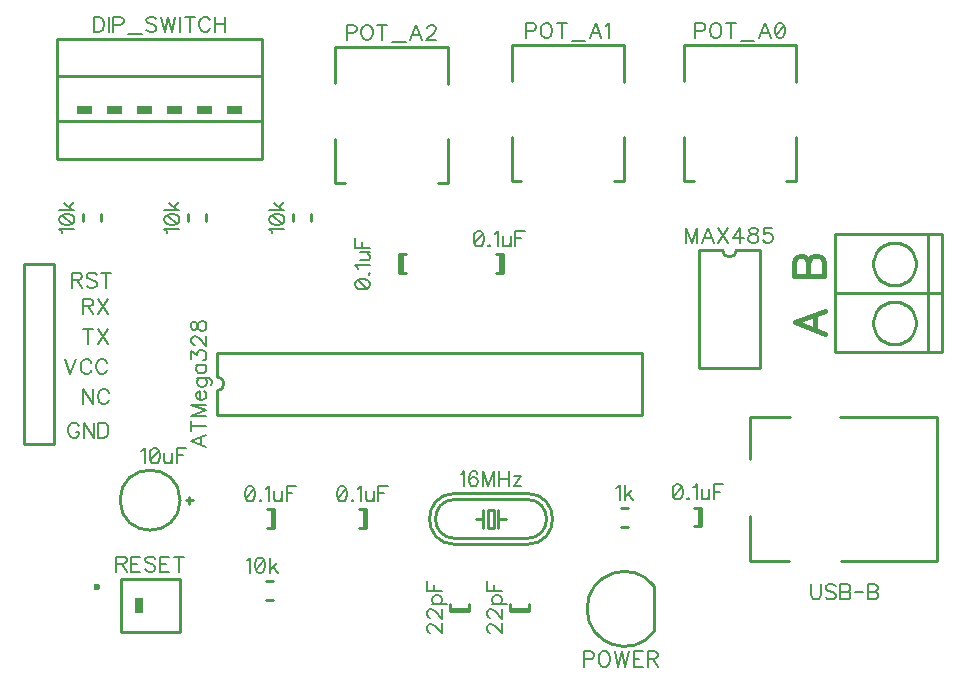
<source format=gbr>
G04 DipTrace 2.4.0.2*
%INÂåðõíÿÿìàðêèðîâêà.gbr*%
%MOIN*%
%ADD10C,0.0098*%
%ADD28C,0.0236*%
%ADD81C,0.0077*%
%ADD82C,0.0154*%
%FSLAX44Y44*%
G04*
G70*
G90*
G75*
G01*
%LNTopSilk*%
%LPD*%
X18507Y17622D2*
D10*
Y18252D1*
X18433Y17622D2*
Y18252D1*
Y17622D2*
X18669D1*
X18433Y18252D2*
X18669D1*
X22752Y6445D2*
X22122D1*
X22752Y6370D2*
X22122D1*
X22752D2*
Y6606D1*
X22122Y6370D2*
Y6606D1*
X20752Y6445D2*
X20122D1*
X20752Y6370D2*
X20122D1*
X20752D2*
Y6606D1*
X20122Y6370D2*
Y6606D1*
X14179Y9752D2*
Y9122D1*
X14254Y9752D2*
Y9122D1*
Y9752D2*
X14018D1*
X14254Y9122D2*
X14018D1*
X11423Y10180D2*
Y9944D1*
X11541Y10062D2*
X11305D1*
X9124D2*
G02X9124Y10062I1000J0D01*
G01*
X21804Y18252D2*
Y17622D1*
X21879Y18252D2*
Y17622D1*
Y18252D2*
X21643D1*
X21879Y17622D2*
X21643D1*
X17242Y9752D2*
Y9122D1*
X17316Y9752D2*
Y9122D1*
Y9752D2*
X17081D1*
X17316Y9122D2*
X17081D1*
X28429Y9814D2*
Y9185D1*
X28504Y9814D2*
Y9185D1*
Y9814D2*
X28268D1*
X28504Y9185D2*
X28268D1*
X26937Y7186D2*
Y5688D1*
X26935Y7189D2*
G03X26935Y5685I-998J-752D01*
G01*
X5937Y11937D2*
X6937D1*
Y17937D1*
X5937D1*
Y11937D1*
X36347Y8043D2*
Y12847D1*
Y8043D2*
X33158D1*
X33118Y12847D2*
X36347D1*
X31425Y8043D2*
X30126D1*
Y9540D1*
Y11429D2*
Y12847D1*
X31465D1*
X14231Y7377D2*
X13996D1*
X14231Y6748D2*
X13996D1*
X16301Y20645D2*
Y22110D1*
X20042Y20645D2*
Y22090D1*
X16301Y20645D2*
X16616D1*
X16301Y25173D2*
X20042D1*
Y20645D2*
X19707D1*
X16301Y25173D2*
Y23972D1*
X20042Y25173D2*
Y23933D1*
X22176Y20707D2*
Y22172D1*
X25917Y20707D2*
Y22152D1*
X22176Y20707D2*
X22492D1*
X22176Y25235D2*
X25917D1*
Y20707D2*
X25582D1*
X22176Y25235D2*
Y24034D1*
X25917Y25235D2*
Y23995D1*
X27926Y20707D2*
Y22172D1*
X31666Y20707D2*
Y22152D1*
X27926Y20707D2*
X28241D1*
X27926Y25235D2*
X31666D1*
Y20707D2*
X31331D1*
X27926Y25235D2*
Y24034D1*
X31666Y25235D2*
Y23995D1*
X25819Y9174D2*
X26055D1*
X25819Y9803D2*
X26055D1*
X15502Y19370D2*
Y19606D1*
X14872Y19370D2*
Y19606D1*
X12002Y19370D2*
Y19606D1*
X11372Y19370D2*
Y19606D1*
X8502Y19370D2*
Y19606D1*
X7872Y19370D2*
Y19606D1*
D28*
X8354Y7153D3*
X9141Y7448D2*
D10*
X11110D1*
Y5676D1*
X9141D1*
Y7448D1*
G36*
X9626Y6812D2*
X9876D1*
Y6312D1*
X9626D1*
Y6812D1*
G37*
X7031Y21437D2*
D10*
X13843D1*
Y25437D1*
X7031D1*
Y21437D1*
Y22687D2*
X13843D1*
Y24187D1*
X7031D1*
Y22687D1*
G36*
X7687Y22937D2*
X8187D1*
Y23187D1*
X7687D1*
Y22937D1*
G37*
G36*
X8687D2*
X9187D1*
Y23187D1*
X8687D1*
Y22937D1*
G37*
G36*
X9687D2*
X10187D1*
Y23187D1*
X9687D1*
Y22937D1*
G37*
G36*
X10687D2*
X11187D1*
Y23187D1*
X10687D1*
Y22937D1*
G37*
G36*
X11687D2*
X12187D1*
Y23187D1*
X11687D1*
Y22937D1*
G37*
G36*
X12687D2*
X13187D1*
Y23187D1*
X12687D1*
Y22937D1*
G37*
X12350Y12913D2*
D10*
X26524D1*
X12350Y14961D2*
X26524D1*
Y12913D2*
Y14961D1*
X12350Y12913D2*
Y13701D1*
Y14961D2*
Y14173D1*
Y13701D2*
G03X12350Y14173I-1J236D01*
G01*
X30461Y18406D2*
Y14469D1*
X28413D2*
X30461D1*
X28413Y18406D2*
Y14469D1*
Y18406D2*
X29201D1*
X30461D2*
X29673D1*
X29201D2*
G03X29673Y18406I236J0D01*
G01*
X36512Y18921D2*
X32969D1*
Y14984D1*
X36512D1*
Y18921D1*
X36039D2*
Y15024D1*
X36472Y16953D2*
X33008D1*
X34229Y17936D2*
X34230Y17985D1*
X34235Y18035D1*
X34244Y18083D1*
X34256Y18131D1*
X34271Y18179D1*
X34290Y18225D1*
X34311Y18269D1*
X34336Y18312D1*
X34364Y18353D1*
X34394Y18392D1*
X34427Y18429D1*
X34463Y18463D1*
X34501Y18495D1*
X34541Y18524D1*
X34583Y18551D1*
X34627Y18574D1*
X34672Y18594D1*
X34718Y18611D1*
X34766Y18625D1*
X34814Y18635D1*
X34863Y18642D1*
X34912Y18645D1*
X34962D1*
X35011Y18642D1*
X35060Y18635D1*
X35109Y18625D1*
X35156Y18611D1*
X35203Y18594D1*
X35248Y18574D1*
X35291Y18551D1*
X35333Y18524D1*
X35373Y18495D1*
X35411Y18463D1*
X35447Y18429D1*
X35480Y18392D1*
X35510Y18353D1*
X35538Y18312D1*
X35563Y18269D1*
X35585Y18225D1*
X35603Y18179D1*
X35618Y18131D1*
X35630Y18083D1*
X35639Y18035D1*
X35644Y17985D1*
X35646Y17936D1*
X35644Y17886D1*
X35639Y17837D1*
X35630Y17788D1*
X35618Y17740D1*
X35603Y17693D1*
X35585Y17647D1*
X35563Y17603D1*
X35538Y17560D1*
X35510Y17519D1*
X35480Y17480D1*
X35447Y17443D1*
X35411Y17408D1*
X35373Y17376D1*
X35333Y17347D1*
X35291Y17321D1*
X35248Y17298D1*
X35203Y17278D1*
X35156Y17261D1*
X35109Y17247D1*
X35060Y17237D1*
X35011Y17230D1*
X34962Y17226D1*
X34912D1*
X34863Y17230D1*
X34814Y17237D1*
X34766Y17247D1*
X34718Y17261D1*
X34672Y17278D1*
X34627Y17298D1*
X34583Y17321D1*
X34541Y17347D1*
X34501Y17376D1*
X34463Y17408D1*
X34427Y17443D1*
X34394Y17480D1*
X34364Y17519D1*
X34336Y17560D1*
X34311Y17603D1*
X34290Y17647D1*
X34271Y17693D1*
X34256Y17740D1*
X34244Y17788D1*
X34235Y17837D1*
X34230Y17886D1*
X34229Y17936D1*
Y15967D2*
X34230Y16017D1*
X34235Y16066D1*
X34244Y16115D1*
X34256Y16163D1*
X34271Y16210D1*
X34290Y16256D1*
X34311Y16301D1*
X34336Y16343D1*
X34364Y16385D1*
X34394Y16424D1*
X34427Y16460D1*
X34463Y16495D1*
X34501Y16527D1*
X34541Y16556D1*
X34583Y16582D1*
X34627Y16605D1*
X34672Y16625D1*
X34718Y16642D1*
X34766Y16656D1*
X34814Y16666D1*
X34863Y16673D1*
X34912Y16677D1*
X34962D1*
X35011Y16673D1*
X35060Y16666D1*
X35109Y16656D1*
X35156Y16642D1*
X35203Y16625D1*
X35248Y16605D1*
X35291Y16582D1*
X35333Y16556D1*
X35373Y16527D1*
X35411Y16495D1*
X35447Y16460D1*
X35480Y16424D1*
X35510Y16385D1*
X35538Y16343D1*
X35563Y16301D1*
X35585Y16256D1*
X35603Y16210D1*
X35618Y16163D1*
X35630Y16115D1*
X35639Y16066D1*
X35644Y16017D1*
X35646Y15967D1*
X35644Y15918D1*
X35639Y15869D1*
X35630Y15820D1*
X35618Y15772D1*
X35603Y15725D1*
X35585Y15679D1*
X35563Y15634D1*
X35538Y15591D1*
X35510Y15550D1*
X35480Y15511D1*
X35447Y15474D1*
X35411Y15440D1*
X35373Y15408D1*
X35333Y15379D1*
X35291Y15353D1*
X35248Y15329D1*
X35203Y15309D1*
X35156Y15292D1*
X35109Y15279D1*
X35060Y15268D1*
X35011Y15261D1*
X34962Y15258D1*
X34912D1*
X34863Y15261D1*
X34814Y15268D1*
X34766Y15279D1*
X34718Y15292D1*
X34672Y15309D1*
X34627Y15329D1*
X34583Y15353D1*
X34541Y15379D1*
X34501Y15408D1*
X34463Y15440D1*
X34427Y15474D1*
X34394Y15511D1*
X34364Y15550D1*
X34336Y15591D1*
X34311Y15634D1*
X34290Y15679D1*
X34271Y15725D1*
X34256Y15772D1*
X34244Y15820D1*
X34235Y15869D1*
X34230Y15918D1*
X34229Y15967D1*
X22687Y10287D2*
X20287D1*
X22687Y8587D2*
X20287D1*
X22687Y10087D2*
X20287D1*
Y8787D2*
X22687D1*
X21587Y9137D2*
X21387D1*
Y9737D1*
X21587D1*
Y9137D1*
X21237D2*
Y9437D1*
Y9737D1*
X21737Y9137D2*
Y9437D1*
Y9737D1*
X21237Y9437D2*
X20987D1*
X21737D2*
X21987D1*
X22687Y8587D2*
G03X22687Y10287I0J850D01*
G01*
X20287D2*
G03X20287Y8587I0J-850D01*
G01*
X22687Y8787D2*
G03X22687Y10087I0J650D01*
G01*
X20287D2*
G03X20287Y8787I0J-650D01*
G01*
X16953Y17233D2*
D81*
X16977Y17161D1*
X17049Y17113D1*
X17168Y17090D1*
X17240D1*
X17359Y17113D1*
X17431Y17161D1*
X17455Y17233D1*
Y17281D1*
X17431Y17353D1*
X17359Y17400D1*
X17240Y17425D1*
X17168D1*
X17049Y17400D1*
X16977Y17353D1*
X16953Y17281D1*
Y17233D1*
X17049Y17400D2*
X17359Y17113D1*
X17407Y17603D2*
X17431Y17579D1*
X17455Y17603D1*
X17431Y17627D1*
X17407Y17603D1*
X17049Y17781D2*
X17024Y17830D1*
X16953Y17901D1*
X17455D1*
X17120Y18056D2*
X17359D1*
X17430Y18080D1*
X17455Y18128D1*
Y18199D1*
X17430Y18247D1*
X17359Y18319D1*
X17120D2*
X17455D1*
X16952Y18784D2*
Y18473D1*
X17455D1*
X17192D2*
Y18664D1*
X21470Y5647D2*
X21447D1*
X21399Y5670D1*
X21375Y5694D1*
X21351Y5742D1*
Y5838D1*
X21375Y5885D1*
X21399Y5909D1*
X21447Y5934D1*
X21494D1*
X21542Y5909D1*
X21614Y5862D1*
X21853Y5622D1*
Y5957D1*
X21470Y6136D2*
X21447D1*
X21399Y6160D1*
X21375Y6184D1*
X21351Y6232D1*
Y6327D1*
X21375Y6375D1*
X21399Y6399D1*
X21447Y6423D1*
X21494D1*
X21542Y6399D1*
X21614Y6351D1*
X21853Y6112D1*
Y6447D1*
X21518Y6601D2*
X22020D1*
X21590D2*
X21542Y6649D1*
X21518Y6697D1*
Y6769D1*
X21542Y6817D1*
X21590Y6864D1*
X21662Y6888D1*
X21710D1*
X21781Y6864D1*
X21829Y6817D1*
X21853Y6769D1*
Y6697D1*
X21829Y6649D1*
X21781Y6601D1*
X21350Y7354D2*
Y7043D1*
X21853D1*
X21590D2*
Y7234D1*
X19470Y5647D2*
X19447D1*
X19399Y5670D1*
X19375Y5694D1*
X19351Y5742D1*
Y5838D1*
X19375Y5885D1*
X19399Y5909D1*
X19447Y5934D1*
X19494D1*
X19542Y5909D1*
X19614Y5862D1*
X19853Y5622D1*
Y5957D1*
X19470Y6136D2*
X19447D1*
X19399Y6160D1*
X19375Y6184D1*
X19351Y6232D1*
Y6327D1*
X19375Y6375D1*
X19399Y6399D1*
X19447Y6423D1*
X19494D1*
X19542Y6399D1*
X19614Y6351D1*
X19853Y6112D1*
Y6447D1*
X19518Y6601D2*
X20020D1*
X19590D2*
X19542Y6649D1*
X19518Y6697D1*
Y6769D1*
X19542Y6817D1*
X19590Y6864D1*
X19662Y6888D1*
X19710D1*
X19781Y6864D1*
X19829Y6817D1*
X19853Y6769D1*
Y6697D1*
X19829Y6649D1*
X19781Y6601D1*
X19350Y7354D2*
Y7043D1*
X19853D1*
X19590D2*
Y7234D1*
X13432Y10523D2*
X13360Y10499D1*
X13312Y10427D1*
X13288Y10308D1*
Y10236D1*
X13312Y10117D1*
X13360Y10045D1*
X13432Y10021D1*
X13480D1*
X13552Y10045D1*
X13599Y10117D1*
X13623Y10236D1*
Y10308D1*
X13599Y10427D1*
X13552Y10499D1*
X13480Y10523D1*
X13432D1*
X13599Y10427D2*
X13312Y10117D1*
X13802Y10069D2*
X13778Y10045D1*
X13802Y10021D1*
X13826Y10045D1*
X13802Y10069D1*
X13980Y10427D2*
X14028Y10452D1*
X14100Y10523D1*
Y10021D1*
X14255Y10356D2*
Y10117D1*
X14278Y10045D1*
X14326Y10021D1*
X14398D1*
X14446Y10045D1*
X14518Y10117D1*
Y10356D2*
Y10021D1*
X14983Y10524D2*
X14672D1*
Y10021D1*
Y10284D2*
X14863D1*
X9837Y11698D2*
X9885Y11723D1*
X9957Y11794D1*
Y11292D1*
X10255Y11794D2*
X10183Y11770D1*
X10135Y11698D1*
X10111Y11579D1*
Y11507D1*
X10135Y11388D1*
X10183Y11316D1*
X10255Y11292D1*
X10302D1*
X10374Y11316D1*
X10422Y11388D1*
X10446Y11507D1*
Y11579D1*
X10422Y11698D1*
X10374Y11770D1*
X10302Y11794D1*
X10255D1*
X10422Y11698D2*
X10135Y11388D1*
X10600Y11627D2*
Y11388D1*
X10624Y11316D1*
X10672Y11292D1*
X10744D1*
X10792Y11316D1*
X10864Y11388D1*
Y11627D2*
Y11292D1*
X11329Y11794D2*
X11018D1*
Y11292D1*
Y11555D2*
X11209D1*
X21057Y19023D2*
X20985Y18999D1*
X20937Y18927D1*
X20914Y18808D1*
Y18736D1*
X20937Y18617D1*
X20985Y18545D1*
X21057Y18521D1*
X21105D1*
X21177Y18545D1*
X21224Y18617D1*
X21249Y18736D1*
Y18808D1*
X21224Y18927D1*
X21177Y18999D1*
X21105Y19023D1*
X21057D1*
X21224Y18927D2*
X20937Y18617D1*
X21427Y18569D2*
X21403Y18545D1*
X21427Y18521D1*
X21451Y18545D1*
X21427Y18569D1*
X21605Y18927D2*
X21654Y18952D1*
X21725Y19023D1*
Y18521D1*
X21880Y18856D2*
Y18617D1*
X21904Y18545D1*
X21952Y18521D1*
X22023D1*
X22071Y18545D1*
X22143Y18617D1*
Y18856D2*
Y18521D1*
X22608Y19024D2*
X22297D1*
Y18521D1*
Y18784D2*
X22488D1*
X16495Y10523D2*
X16423Y10499D1*
X16375Y10427D1*
X16351Y10308D1*
Y10236D1*
X16375Y10117D1*
X16423Y10045D1*
X16495Y10021D1*
X16542D1*
X16614Y10045D1*
X16662Y10117D1*
X16686Y10236D1*
Y10308D1*
X16662Y10427D1*
X16614Y10499D1*
X16542Y10523D1*
X16495D1*
X16662Y10427D2*
X16375Y10117D1*
X16864Y10069D2*
X16840Y10045D1*
X16864Y10021D1*
X16888Y10045D1*
X16864Y10069D1*
X17043Y10427D2*
X17091Y10452D1*
X17163Y10523D1*
Y10021D1*
X17317Y10356D2*
Y10117D1*
X17341Y10045D1*
X17389Y10021D1*
X17461D1*
X17508Y10045D1*
X17580Y10117D1*
Y10356D2*
Y10021D1*
X18046Y10524D2*
X17735D1*
Y10021D1*
Y10284D2*
X17926D1*
X27682Y10586D2*
X27610Y10562D1*
X27562Y10490D1*
X27538Y10371D1*
Y10299D1*
X27562Y10179D1*
X27610Y10108D1*
X27682Y10084D1*
X27730D1*
X27802Y10108D1*
X27849Y10179D1*
X27873Y10299D1*
Y10371D1*
X27849Y10490D1*
X27802Y10562D1*
X27730Y10586D1*
X27682D1*
X27849Y10490D2*
X27562Y10179D1*
X28052Y10132D2*
X28028Y10108D1*
X28052Y10084D1*
X28076Y10108D1*
X28052Y10132D1*
X28230Y10490D2*
X28278Y10514D1*
X28350Y10586D1*
Y10084D1*
X28505Y10419D2*
Y10179D1*
X28528Y10108D1*
X28576Y10084D1*
X28648D1*
X28696Y10108D1*
X28768Y10179D1*
Y10419D2*
Y10084D1*
X29233Y10586D2*
X28922D1*
Y10084D1*
Y10347D2*
X29113D1*
X24582Y4755D2*
X24798D1*
X24869Y4778D1*
X24894Y4803D1*
X24917Y4850D1*
Y4922D1*
X24894Y4970D1*
X24869Y4994D1*
X24798Y5018D1*
X24582D1*
Y4515D1*
X25215Y5018D2*
X25167Y4994D1*
X25120Y4946D1*
X25095Y4898D1*
X25072Y4826D1*
Y4706D1*
X25095Y4635D1*
X25120Y4587D1*
X25167Y4540D1*
X25215Y4515D1*
X25311D1*
X25359Y4540D1*
X25407Y4587D1*
X25430Y4635D1*
X25454Y4706D1*
Y4826D1*
X25430Y4898D1*
X25407Y4946D1*
X25359Y4994D1*
X25311Y5018D1*
X25215D1*
X25609D2*
X25728Y4515D1*
X25848Y5018D1*
X25967Y4515D1*
X26087Y5018D1*
X26552D2*
X26242D1*
Y4515D1*
X26552D1*
X26242Y4778D2*
X26433D1*
X26707D2*
X26922D1*
X26993Y4803D1*
X27018Y4826D1*
X27042Y4874D1*
Y4922D1*
X27018Y4970D1*
X26993Y4994D1*
X26922Y5018D1*
X26707D1*
Y4515D1*
X26874Y4778D2*
X27042Y4515D1*
X32148Y7256D2*
Y6897D1*
X32172Y6825D1*
X32220Y6778D1*
X32292Y6753D1*
X32340D1*
X32411Y6778D1*
X32460Y6825D1*
X32483Y6897D1*
Y7256D1*
X32973Y7184D2*
X32925Y7232D1*
X32853Y7256D1*
X32758D1*
X32686Y7232D1*
X32638Y7184D1*
Y7136D1*
X32662Y7088D1*
X32686Y7064D1*
X32733Y7041D1*
X32877Y6993D1*
X32925Y6969D1*
X32949Y6944D1*
X32973Y6897D1*
Y6825D1*
X32925Y6778D1*
X32853Y6753D1*
X32758D1*
X32686Y6778D1*
X32638Y6825D1*
X33127Y7256D2*
Y6753D1*
X33343D1*
X33414Y6778D1*
X33438Y6801D1*
X33462Y6849D1*
Y6921D1*
X33438Y6969D1*
X33414Y6993D1*
X33343Y7016D1*
X33414Y7041D1*
X33438Y7064D1*
X33462Y7112D1*
Y7160D1*
X33438Y7208D1*
X33414Y7232D1*
X33343Y7256D1*
X33127D1*
Y7016D2*
X33343D1*
X33616Y7004D2*
X33893D1*
X34047Y7256D2*
Y6753D1*
X34263D1*
X34335Y6778D1*
X34358Y6801D1*
X34382Y6849D1*
Y6921D1*
X34358Y6969D1*
X34335Y6993D1*
X34263Y7016D1*
X34335Y7041D1*
X34358Y7064D1*
X34382Y7112D1*
Y7160D1*
X34358Y7208D1*
X34335Y7232D1*
X34263Y7256D1*
X34047D1*
Y7016D2*
X34263D1*
X13350Y8053D2*
X13398Y8077D1*
X13470Y8148D1*
Y7646D1*
X13768Y8148D2*
X13696Y8124D1*
X13648Y8053D1*
X13624Y7933D1*
Y7861D1*
X13648Y7742D1*
X13696Y7670D1*
X13768Y7646D1*
X13816D1*
X13887Y7670D1*
X13935Y7742D1*
X13959Y7861D1*
Y7933D1*
X13935Y8053D1*
X13887Y8124D1*
X13816Y8148D1*
X13768D1*
X13935Y8053D2*
X13648Y7742D1*
X14114Y8149D2*
Y7646D1*
X14353Y7981D2*
X14114Y7742D1*
X14209Y7838D2*
X14377Y7646D1*
X16673Y25642D2*
X16889D1*
X16960Y25666D1*
X16984Y25690D1*
X17008Y25738D1*
Y25809D1*
X16984Y25857D1*
X16960Y25881D1*
X16889Y25905D1*
X16673D1*
Y25403D1*
X17306Y25905D2*
X17258Y25881D1*
X17210Y25833D1*
X17186Y25786D1*
X17162Y25714D1*
Y25594D1*
X17186Y25523D1*
X17210Y25475D1*
X17258Y25427D1*
X17306Y25403D1*
X17402D1*
X17449Y25427D1*
X17497Y25475D1*
X17521Y25523D1*
X17545Y25594D1*
Y25714D1*
X17521Y25786D1*
X17497Y25833D1*
X17449Y25881D1*
X17402Y25905D1*
X17306D1*
X17867D2*
Y25403D1*
X17699Y25905D2*
X18034D1*
X18188Y25320D2*
X18643D1*
X19180Y25403D2*
X18988Y25905D1*
X18797Y25403D1*
X18869Y25570D2*
X19108D1*
X19359Y25785D2*
Y25809D1*
X19383Y25857D1*
X19406Y25881D1*
X19455Y25905D1*
X19550D1*
X19598Y25881D1*
X19621Y25857D1*
X19646Y25809D1*
Y25761D1*
X19621Y25713D1*
X19574Y25642D1*
X19335Y25403D1*
X19670D1*
X22656Y25704D2*
X22871D1*
X22943Y25728D1*
X22967Y25752D1*
X22991Y25800D1*
Y25872D1*
X22967Y25919D1*
X22943Y25944D1*
X22871Y25967D1*
X22656D1*
Y25465D1*
X23289Y25967D2*
X23241Y25944D1*
X23193Y25895D1*
X23169Y25848D1*
X23145Y25776D1*
Y25656D1*
X23169Y25585D1*
X23193Y25537D1*
X23241Y25489D1*
X23289Y25465D1*
X23384D1*
X23432Y25489D1*
X23480Y25537D1*
X23504Y25585D1*
X23527Y25656D1*
Y25776D1*
X23504Y25848D1*
X23480Y25895D1*
X23432Y25944D1*
X23384Y25967D1*
X23289D1*
X23849D2*
Y25465D1*
X23682Y25967D2*
X24017D1*
X24171Y25382D2*
X24626D1*
X25163Y25465D2*
X24971Y25967D1*
X24780Y25465D1*
X24852Y25632D2*
X25091D1*
X25317Y25871D2*
X25365Y25895D1*
X25437Y25967D1*
Y25465D1*
X28298Y25704D2*
X28513D1*
X28585Y25728D1*
X28609Y25752D1*
X28633Y25800D1*
Y25872D1*
X28609Y25919D1*
X28585Y25944D1*
X28513Y25967D1*
X28298D1*
Y25465D1*
X28931Y25967D2*
X28883Y25944D1*
X28835Y25895D1*
X28811Y25848D1*
X28787Y25776D1*
Y25656D1*
X28811Y25585D1*
X28835Y25537D1*
X28883Y25489D1*
X28931Y25465D1*
X29026D1*
X29074Y25489D1*
X29122Y25537D1*
X29146Y25585D1*
X29170Y25656D1*
Y25776D1*
X29146Y25848D1*
X29122Y25895D1*
X29074Y25944D1*
X29026Y25967D1*
X28931D1*
X29491D2*
Y25465D1*
X29324Y25967D2*
X29659D1*
X29813Y25382D2*
X30268D1*
X30805Y25465D2*
X30613Y25967D1*
X30422Y25465D1*
X30494Y25632D2*
X30733D1*
X31103Y25967D2*
X31031Y25943D1*
X30983Y25871D1*
X30959Y25752D1*
Y25680D1*
X30983Y25560D1*
X31031Y25489D1*
X31103Y25465D1*
X31151D1*
X31222Y25489D1*
X31270Y25560D1*
X31294Y25680D1*
Y25752D1*
X31270Y25871D1*
X31222Y25943D1*
X31151Y25967D1*
X31103D1*
X31270Y25871D2*
X30983Y25560D1*
X25668Y10479D2*
X25716Y10503D1*
X25788Y10574D1*
Y10072D1*
X25943Y10575D2*
Y10072D1*
X26182Y10407D2*
X25943Y10168D1*
X26038Y10264D2*
X26206Y10072D1*
X14197Y18975D2*
X14172Y19023D1*
X14101Y19095D1*
X14603D1*
X14101Y19393D2*
X14125Y19321D1*
X14197Y19273D1*
X14316Y19249D1*
X14388D1*
X14507Y19273D1*
X14579Y19321D1*
X14603Y19393D1*
Y19440D1*
X14579Y19512D1*
X14507Y19560D1*
X14388Y19584D1*
X14316D1*
X14197Y19560D1*
X14125Y19512D1*
X14101Y19440D1*
Y19393D1*
X14197Y19560D2*
X14507Y19273D1*
X14100Y19738D2*
X14603D1*
X14268Y19978D2*
X14507Y19738D1*
X14412Y19834D2*
X14603Y20002D1*
X10697Y18975D2*
X10672Y19023D1*
X10601Y19095D1*
X11103D1*
X10601Y19393D2*
X10625Y19321D1*
X10697Y19273D1*
X10816Y19249D1*
X10888D1*
X11007Y19273D1*
X11079Y19321D1*
X11103Y19393D1*
Y19440D1*
X11079Y19512D1*
X11007Y19560D1*
X10888Y19584D1*
X10816D1*
X10697Y19560D1*
X10625Y19512D1*
X10601Y19440D1*
Y19393D1*
X10697Y19560D2*
X11007Y19273D1*
X10600Y19738D2*
X11103D1*
X10768Y19978D2*
X11007Y19738D1*
X10912Y19834D2*
X11103Y20002D1*
X7197Y18975D2*
X7172Y19023D1*
X7101Y19095D1*
X7603D1*
X7101Y19393D2*
X7125Y19321D1*
X7197Y19273D1*
X7316Y19249D1*
X7388D1*
X7507Y19273D1*
X7579Y19321D1*
X7603Y19393D1*
Y19440D1*
X7579Y19512D1*
X7507Y19560D1*
X7388Y19584D1*
X7316D1*
X7197Y19560D1*
X7125Y19512D1*
X7101Y19440D1*
Y19393D1*
X7197Y19560D2*
X7507Y19273D1*
X7100Y19738D2*
X7603D1*
X7268Y19978D2*
X7507Y19738D1*
X7412Y19834D2*
X7603Y20002D1*
X9004Y7941D2*
X9219D1*
X9291Y7965D1*
X9315Y7989D1*
X9339Y8037D1*
Y8085D1*
X9315Y8132D1*
X9291Y8156D1*
X9219Y8180D1*
X9004D1*
Y7678D1*
X9171Y7941D2*
X9339Y7678D1*
X9804Y8180D2*
X9493D1*
Y7678D1*
X9804D1*
X9493Y7941D2*
X9684D1*
X10293Y8108D2*
X10246Y8156D1*
X10174Y8180D1*
X10078D1*
X10006Y8156D1*
X9958Y8108D1*
Y8061D1*
X9982Y8013D1*
X10006Y7989D1*
X10054Y7965D1*
X10197Y7917D1*
X10246Y7893D1*
X10269Y7869D1*
X10293Y7822D1*
Y7750D1*
X10246Y7702D1*
X10174Y7678D1*
X10078D1*
X10006Y7702D1*
X9958Y7750D1*
X10758Y8180D2*
X10447D1*
Y7678D1*
X10758D1*
X10447Y7941D2*
X10639D1*
X11080Y8180D2*
Y7678D1*
X10912Y8180D2*
X11247D1*
X8259Y26169D2*
Y25667D1*
X8427D1*
X8498Y25691D1*
X8546Y25739D1*
X8570Y25787D1*
X8594Y25858D1*
Y25978D1*
X8570Y26050D1*
X8546Y26097D1*
X8498Y26145D1*
X8427Y26169D1*
X8259D1*
X8748D2*
Y25667D1*
X8903Y25906D2*
X9118D1*
X9190Y25930D1*
X9214Y25954D1*
X9238Y26002D1*
Y26074D1*
X9214Y26121D1*
X9190Y26145D1*
X9118Y26169D1*
X8903D1*
Y25667D1*
X9392Y25584D2*
X9846D1*
X10336Y26097D2*
X10288Y26145D1*
X10216Y26169D1*
X10121D1*
X10049Y26145D1*
X10001Y26097D1*
Y26050D1*
X10025Y26002D1*
X10049Y25978D1*
X10096Y25954D1*
X10240Y25906D1*
X10288Y25882D1*
X10312Y25858D1*
X10336Y25811D1*
Y25739D1*
X10288Y25691D1*
X10216Y25667D1*
X10121D1*
X10049Y25691D1*
X10001Y25739D1*
X10490Y26169D2*
X10610Y25667D1*
X10729Y26169D1*
X10849Y25667D1*
X10969Y26169D1*
X11123D2*
Y25667D1*
X11445Y26169D2*
Y25667D1*
X11278Y26169D2*
X11613D1*
X12126Y26050D2*
X12102Y26097D1*
X12054Y26145D1*
X12006Y26169D1*
X11911D1*
X11863Y26145D1*
X11815Y26097D1*
X11791Y26050D1*
X11767Y25978D1*
Y25858D1*
X11791Y25787D1*
X11815Y25739D1*
X11863Y25691D1*
X11911Y25667D1*
X12006D1*
X12054Y25691D1*
X12102Y25739D1*
X12126Y25787D1*
X12280Y26169D2*
Y25667D1*
X12615Y26169D2*
Y25667D1*
X12280Y25930D2*
X12615D1*
X11996Y12220D2*
X11493Y12028D1*
X11996Y11837D1*
X11828Y11909D2*
Y12148D1*
X11493Y12542D2*
X11996D1*
X11493Y12374D2*
Y12709D1*
X11996Y13246D2*
X11493D1*
X11996Y13055D1*
X11493Y12864D1*
X11996D1*
X11804Y13400D2*
Y13687D1*
X11756D1*
X11708Y13664D1*
X11684Y13640D1*
X11661Y13592D1*
Y13520D1*
X11684Y13472D1*
X11732Y13424D1*
X11804Y13400D1*
X11852D1*
X11924Y13424D1*
X11971Y13472D1*
X11996Y13520D1*
Y13592D1*
X11971Y13640D1*
X11924Y13687D1*
X11684Y14129D2*
X12067D1*
X12139Y14105D1*
X12163Y14081D1*
X12187Y14033D1*
Y13961D1*
X12163Y13914D1*
X11756Y14129D2*
X11709Y14081D1*
X11684Y14033D1*
Y13961D1*
X11709Y13914D1*
X11756Y13865D1*
X11828Y13842D1*
X11876D1*
X11947Y13865D1*
X11996Y13914D1*
X12019Y13961D1*
Y14033D1*
X11996Y14081D1*
X11947Y14129D1*
X11661Y14570D2*
X11996D1*
X11732D2*
X11684Y14522D1*
X11661Y14474D1*
Y14403D1*
X11684Y14355D1*
X11732Y14307D1*
X11804Y14283D1*
X11852D1*
X11924Y14307D1*
X11971Y14355D1*
X11996Y14403D1*
Y14474D1*
X11971Y14522D1*
X11924Y14570D1*
X11494Y14772D2*
Y15035D1*
X11685Y14892D1*
Y14963D1*
X11709Y15011D1*
X11732Y15035D1*
X11804Y15059D1*
X11852D1*
X11924Y15035D1*
X11972Y14987D1*
X11996Y14915D1*
Y14844D1*
X11972Y14772D1*
X11947Y14748D1*
X11900Y14724D1*
X11613Y15238D2*
X11589D1*
X11541Y15262D1*
X11517Y15285D1*
X11494Y15333D1*
Y15429D1*
X11517Y15477D1*
X11541Y15500D1*
X11589Y15525D1*
X11637D1*
X11685Y15500D1*
X11756Y15453D1*
X11996Y15213D1*
Y15548D1*
X11494Y15822D2*
X11517Y15751D1*
X11565Y15727D1*
X11613D1*
X11661Y15751D1*
X11685Y15798D1*
X11709Y15894D1*
X11732Y15966D1*
X11781Y16013D1*
X11828Y16037D1*
X11900D1*
X11947Y16013D1*
X11972Y15990D1*
X11996Y15918D1*
Y15822D1*
X11972Y15751D1*
X11947Y15727D1*
X11900Y15703D1*
X11828D1*
X11781Y15727D1*
X11732Y15775D1*
X11709Y15846D1*
X11685Y15942D1*
X11661Y15990D1*
X11613Y16013D1*
X11565D1*
X11517Y15990D1*
X11494Y15918D1*
Y15822D1*
X28369Y18635D2*
Y19138D1*
X28178Y18635D1*
X27987Y19138D1*
Y18635D1*
X28907D2*
X28715Y19138D1*
X28524Y18635D1*
X28596Y18803D2*
X28835D1*
X29061Y19138D2*
X29396Y18635D1*
Y19138D2*
X29061Y18635D1*
X29790D2*
Y19137D1*
X29550Y18803D1*
X29909D1*
X30183Y19137D2*
X30112Y19113D1*
X30087Y19066D1*
Y19018D1*
X30112Y18970D1*
X30159Y18946D1*
X30255Y18922D1*
X30327Y18898D1*
X30374Y18850D1*
X30398Y18803D1*
Y18731D1*
X30374Y18683D1*
X30350Y18659D1*
X30278Y18635D1*
X30183D1*
X30112Y18659D1*
X30087Y18683D1*
X30063Y18731D1*
Y18803D1*
X30087Y18850D1*
X30135Y18898D1*
X30207Y18922D1*
X30302Y18946D1*
X30350Y18970D1*
X30374Y19018D1*
Y19066D1*
X30350Y19113D1*
X30278Y19137D1*
X30183D1*
X30839D2*
X30600D1*
X30577Y18922D1*
X30600Y18946D1*
X30672Y18970D1*
X30744D1*
X30815Y18946D1*
X30863Y18898D1*
X30887Y18827D1*
Y18779D1*
X30863Y18707D1*
X30815Y18659D1*
X30744Y18635D1*
X30672D1*
X30600Y18659D1*
X30577Y18683D1*
X30552Y18731D1*
X20473Y10923D2*
X20521Y10947D1*
X20593Y11019D1*
Y10517D1*
X21034Y10947D2*
X21010Y10995D1*
X20938Y11019D1*
X20891D1*
X20819Y10995D1*
X20771Y10923D1*
X20747Y10804D1*
Y10684D1*
X20771Y10589D1*
X20819Y10541D1*
X20891Y10517D1*
X20915D1*
X20986Y10541D1*
X21034Y10589D1*
X21058Y10661D1*
Y10684D1*
X21034Y10756D1*
X20986Y10804D1*
X20915Y10827D1*
X20891D1*
X20819Y10804D1*
X20771Y10756D1*
X20747Y10684D1*
X21595Y10517D2*
Y11019D1*
X21403Y10517D1*
X21212Y11019D1*
Y10517D1*
X21749Y11019D2*
Y10517D1*
X22084Y11019D2*
Y10517D1*
X21749Y10780D2*
X22084D1*
X22238Y10852D2*
X22501D1*
X22238Y10517D1*
X22501D1*
X7523Y17403D2*
X7738D1*
X7810Y17427D1*
X7835Y17451D1*
X7858Y17499D1*
Y17547D1*
X7835Y17594D1*
X7810Y17619D1*
X7738Y17642D1*
X7523D1*
Y17140D1*
X7691Y17403D2*
X7858Y17140D1*
X8348Y17571D2*
X8300Y17619D1*
X8228Y17642D1*
X8133D1*
X8061Y17619D1*
X8013Y17571D1*
Y17523D1*
X8037Y17475D1*
X8061Y17451D1*
X8108Y17427D1*
X8252Y17379D1*
X8300Y17356D1*
X8324Y17331D1*
X8348Y17284D1*
Y17212D1*
X8300Y17164D1*
X8228Y17140D1*
X8133D1*
X8061Y17164D1*
X8013Y17212D1*
X8670Y17642D2*
Y17140D1*
X8502Y17642D2*
X8837D1*
X32637Y16370D2*
D82*
X31632Y15987D1*
X32637Y15604D1*
X32302Y15748D2*
Y16227D1*
X31584Y17527D2*
X32589D1*
Y17959D1*
X32540Y18102D1*
X32493Y18150D1*
X32398Y18197D1*
X32254D1*
X32158Y18150D1*
X32110Y18102D1*
X32063Y17959D1*
X32014Y18102D1*
X31967Y18150D1*
X31872Y18197D1*
X31776D1*
X31680Y18150D1*
X31632Y18102D1*
X31584Y17959D1*
Y17527D1*
X32063D2*
Y17959D1*
X7898Y16528D2*
D81*
X8113D1*
X8185Y16552D1*
X8210Y16576D1*
X8233Y16624D1*
Y16672D1*
X8210Y16719D1*
X8185Y16744D1*
X8113Y16767D1*
X7898D1*
Y16265D1*
X8066Y16528D2*
X8233Y16265D1*
X8388Y16767D2*
X8723Y16265D1*
Y16767D2*
X8388Y16265D1*
X8066Y15767D2*
Y15265D1*
X7898Y15767D2*
X8233D1*
X8388D2*
X8723Y15265D1*
Y15767D2*
X8388Y15265D1*
X7273Y14767D2*
X7465Y14265D1*
X7656Y14767D1*
X8169Y14648D2*
X8145Y14696D1*
X8097Y14744D1*
X8050Y14767D1*
X7954D1*
X7906Y14744D1*
X7858Y14696D1*
X7834Y14648D1*
X7810Y14576D1*
Y14456D1*
X7834Y14385D1*
X7858Y14337D1*
X7906Y14289D1*
X7954Y14265D1*
X8050D1*
X8097Y14289D1*
X8145Y14337D1*
X8169Y14385D1*
X8682Y14648D2*
X8658Y14696D1*
X8610Y14744D1*
X8563Y14767D1*
X8467D1*
X8419Y14744D1*
X8371Y14696D1*
X8347Y14648D1*
X8323Y14576D1*
Y14456D1*
X8347Y14385D1*
X8371Y14337D1*
X8419Y14289D1*
X8467Y14265D1*
X8563D1*
X8610Y14289D1*
X8658Y14337D1*
X8682Y14385D1*
X8233Y13767D2*
Y13265D1*
X7898Y13767D1*
Y13265D1*
X8746Y13648D2*
X8723Y13696D1*
X8675Y13744D1*
X8627Y13767D1*
X8531D1*
X8483Y13744D1*
X8436Y13696D1*
X8412Y13648D1*
X8388Y13576D1*
Y13456D1*
X8412Y13385D1*
X8436Y13337D1*
X8483Y13289D1*
X8531Y13265D1*
X8627D1*
X8675Y13289D1*
X8723Y13337D1*
X8746Y13385D1*
X7757Y12523D2*
X7733Y12571D1*
X7685Y12619D1*
X7638Y12642D1*
X7542D1*
X7494Y12619D1*
X7446Y12571D1*
X7422Y12523D1*
X7398Y12451D1*
Y12331D1*
X7422Y12260D1*
X7446Y12212D1*
X7494Y12164D1*
X7542Y12140D1*
X7638D1*
X7685Y12164D1*
X7733Y12212D1*
X7757Y12260D1*
Y12331D1*
X7638D1*
X8246Y12642D2*
Y12140D1*
X7912Y12642D1*
Y12140D1*
X8401Y12642D2*
Y12140D1*
X8568D1*
X8640Y12164D1*
X8688Y12212D1*
X8712Y12260D1*
X8736Y12331D1*
Y12451D1*
X8712Y12523D1*
X8688Y12571D1*
X8640Y12619D1*
X8568Y12642D1*
X8401D1*
M02*

</source>
